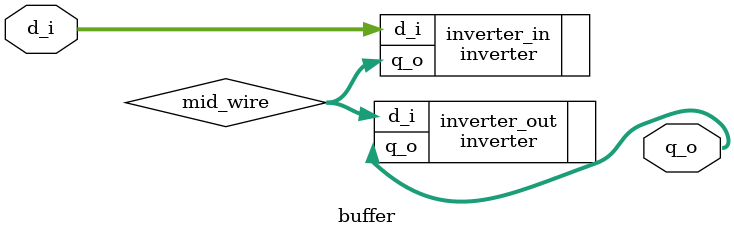
<source format=sv>

(* no_ungroup *) (* no_boundary_optimization *) (* dont_touch = "true" *)
module buffer #(
    parameter int WIDTH = 8
) (
    input  logic [WIDTH-1:0] d_i,
    output logic [WIDTH-1:0] q_o
);

  //////////////////////////////////////////////////////////////////////////////////////////////////
  //-SIGNALS
  //////////////////////////////////////////////////////////////////////////////////////////////////

  logic [WIDTH-1:0] mid_wire;

  //////////////////////////////////////////////////////////////////////////////////////////////////
  //-RTLS
  //////////////////////////////////////////////////////////////////////////////////////////////////

  inverter #(
      .WIDTH(WIDTH)
  ) inverter_in (
      .d_i(d_i),
      .q_o(mid_wire)
  );

  inverter #(
      .WIDTH(WIDTH)
  ) inverter_out (
      .d_i(mid_wire),
      .q_o(q_o)
  );

endmodule

</source>
